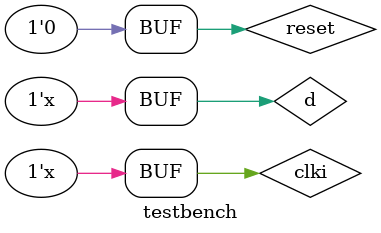
<source format=v>
`timescale 1us / 1ns


module testbench(
    );
    reg clki, d, reset;
    wire q;
    
    top_module inst1(.clk(clki), .d(d), .q(q), .reset(reset));
    
    initial begin
        clki = 0;
        d = 0;
        reset = 1;
    end
    
    always #10 clki = ~clki;
    always #15 d = ~d;
    
    initial begin
        reset = 0; #1000
        reset = 1; #1000
        reset = 0;
        
    end
    
    
        
endmodule

</source>
